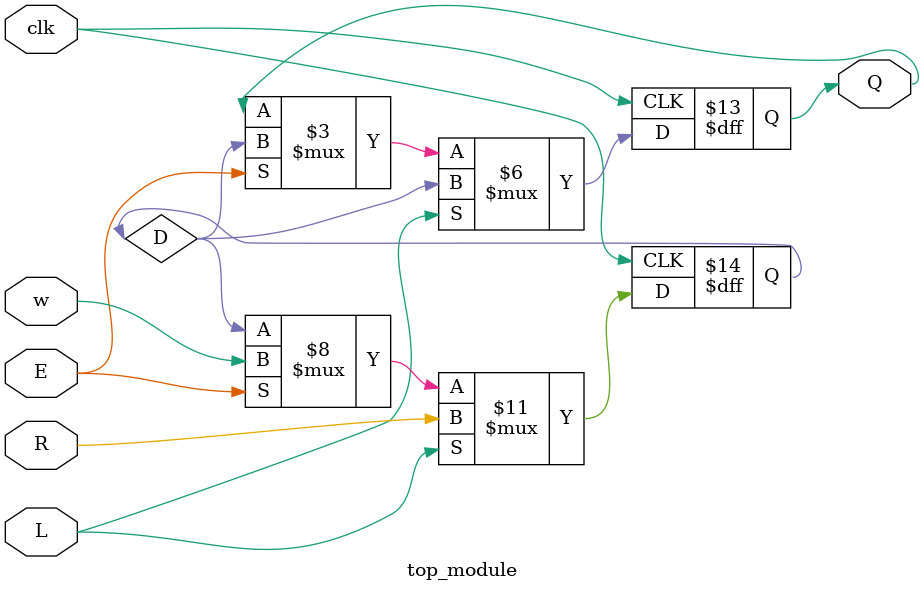
<source format=sv>
module top_module (
    input clk,
    input w,
    input R,
    input E,
    input L,
    output reg Q
);

reg D;

always @(posedge clk) begin
    if (L)
        D <= R;
    else if (E)
        D <= w;
end

always @(posedge clk) begin
    if (L)
        Q <= D;
    else if (E)
        Q <= D;
end

endmodule

</source>
